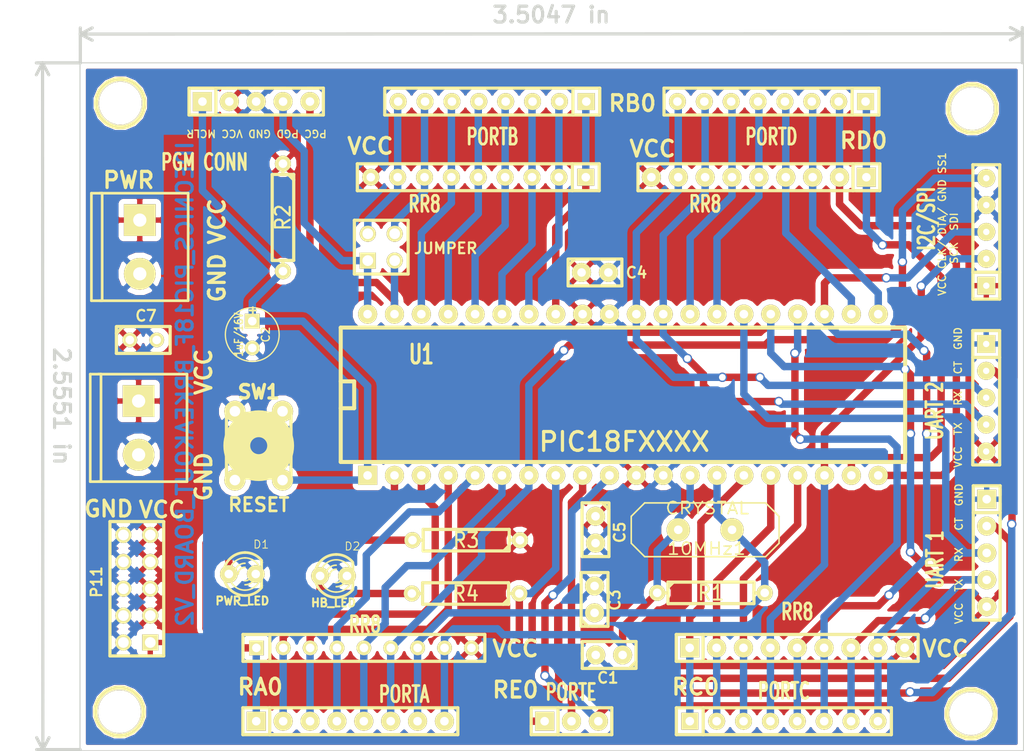
<source format=kicad_pcb>
(kicad_pcb (version 3) (host pcbnew "(2013-07-07 BZR 4022)-stable")
  (layers (15 F.Cu signal hide) (0 B.Cu signal hide) (18 B.Paste user) (19 F.Paste user) (20 B.SilkS user) (21 F.SilkS user) (22 B.Mask user) (23 F.Mask user) (28 Edge.Cuts user))
  (net 0 "")
  (net 1 /I2C_CLK)
  (net 2 /I2C_DATA)
  (net 3 /OSC1)
  (net 4 /OSC2)
  (net 5 /PGC)
  (net 6 /PGD)
  (net 7 /RA0)
  (net 8 /RA1)
  (net 9 /RA2)
  (net 10 /RA3)
  (net 11 /RA4)
  (net 12 "/RA5(SS1)")
  (net 13 /RB0)
  (net 14 /RB1)
  (net 15 /RB2)
  (net 16 /RB3)
  (net 17 /RB4)
  (net 18 /RB5)
  (net 19 /RB6)
  (net 20 /RB7)
  (net 21 /RC0)
  (net 22 /RC1)
  (net 23 /RC2)
  (net 24 /RC5)
  (net 25 /RC6)
  (net 26 /RC7)
  (net 27 /RD0)
  (net 28 /RD1)
  (net 29 /RD2)
  (net 30 /RD3)
  (net 31 /RD4)
  (net 32 /RD5)
  (net 33 "/RD6 (UART2_TX)")
  (net 34 "/RD7 (UART2_RX)")
  (net 35 /RE0)
  (net 36 "/RE1 (CT1)")
  (net 37 "/RE2 (CT2)")
  (net 38 /RESET)
  (net 39 GND)
  (net 40 N-000004)
  (net 41 N-000005)
  (net 42 VCC)
  (module DIP-40__600 (layer F.Cu) (at 173.23 140.59)
    (fp_text reference U1 (at -19.05 -3.81) (layer F.SilkS) (effects (font (size 1.778 1.143) (thickness 0.3048))))
    (fp_text value PIC18FXXXX (at 0.127 4.445) (layer F.SilkS) (effects (font (size 1.778 1.778) (thickness 0.3048))))
    (pad 1 thru_hole rect (at -24.13 7.62) (size 1.8 1.8) (drill 0.8128) (layers *.Cu *.Mask F.SilkS) (net 38 /RESET))
    (pad 2 thru_hole circle (at -21.59 7.62) (size 1.8 1.8) (drill 0.8128) (layers *.Cu *.Mask F.SilkS) (net 7 /RA0))
    (pad 3 thru_hole circle (at -19.05 7.62) (size 1.8 1.8) (drill 0.8128) (layers *.Cu *.Mask F.SilkS) (net 8 /RA1))
    (pad 4 thru_hole circle (at -16.51 7.62) (size 1.8 1.8) (drill 0.8128) (layers *.Cu *.Mask F.SilkS) (net 9 /RA2))
    (pad 5 thru_hole circle (at -13.97 7.62) (size 1.8 1.8) (drill 0.8128) (layers *.Cu *.Mask F.SilkS) (net 10 /RA3))
    (pad 6 thru_hole circle (at -11.43 7.62) (size 1.8 1.8) (drill 0.8128) (layers *.Cu *.Mask F.SilkS) (net 11 /RA4))
    (pad 7 thru_hole circle (at -8.89 7.62) (size 1.8 1.8) (drill 0.8128) (layers *.Cu *.Mask F.SilkS) (net 12 "/RA5(SS1)"))
    (pad 8 thru_hole circle (at -6.35 7.62) (size 1.8 1.8) (drill 0.8128) (layers *.Cu *.Mask F.SilkS) (net 35 /RE0))
    (pad 9 thru_hole circle (at -3.81 7.62) (size 1.8 1.8) (drill 0.8128) (layers *.Cu *.Mask F.SilkS) (net 36 "/RE1 (CT1)"))
    (pad 10 thru_hole circle (at -1.27 7.62) (size 1.8 1.8) (drill 0.8128) (layers *.Cu *.Mask F.SilkS) (net 37 "/RE2 (CT2)"))
    (pad 11 thru_hole circle (at 1.27 7.62) (size 1.8 1.8) (drill 0.8128) (layers *.Cu *.Mask F.SilkS) (net 42 VCC))
    (pad 12 thru_hole circle (at 3.81 7.62) (size 1.8 1.8) (drill 0.8128) (layers *.Cu *.Mask F.SilkS) (net 39 GND))
    (pad 13 thru_hole circle (at 6.35 7.62) (size 1.8 1.8) (drill 0.8128) (layers *.Cu *.Mask F.SilkS) (net 3 /OSC1))
    (pad 14 thru_hole circle (at 8.89 7.62) (size 1.8 1.8) (drill 0.8128) (layers *.Cu *.Mask F.SilkS) (net 4 /OSC2))
    (pad 15 thru_hole circle (at 11.43 7.62) (size 1.8 1.8) (drill 0.8128) (layers *.Cu *.Mask F.SilkS) (net 21 /RC0))
    (pad 16 thru_hole circle (at 13.97 7.62) (size 1.8 1.8) (drill 0.8128) (layers *.Cu *.Mask F.SilkS) (net 22 /RC1))
    (pad 17 thru_hole circle (at 16.51 7.62) (size 1.8 1.8) (drill 0.8128) (layers *.Cu *.Mask F.SilkS) (net 23 /RC2))
    (pad 18 thru_hole circle (at 19.05 7.62) (size 1.8 1.8) (drill 0.8128) (layers *.Cu *.Mask F.SilkS) (net 1 /I2C_CLK))
    (pad 19 thru_hole circle (at 21.59 7.62) (size 1.8 1.8) (drill 0.8128) (layers *.Cu *.Mask F.SilkS) (net 27 /RD0))
    (pad 20 thru_hole circle (at 24.13 7.62) (size 1.8 1.8) (drill 0.8128) (layers *.Cu *.Mask F.SilkS) (net 28 /RD1))
    (pad 21 thru_hole circle (at 24.13 -7.62) (size 1.8 1.8) (drill 0.8128) (layers *.Cu *.Mask F.SilkS) (net 29 /RD2))
    (pad 22 thru_hole circle (at 21.59 -7.62) (size 1.8 1.8) (drill 0.8128) (layers *.Cu *.Mask F.SilkS) (net 30 /RD3))
    (pad 23 thru_hole circle (at 19.05 -7.62) (size 1.8 1.8) (drill 0.8128) (layers *.Cu *.Mask F.SilkS) (net 2 /I2C_DATA))
    (pad 24 thru_hole circle (at 16.51 -7.62) (size 1.8 1.8) (drill 0.8128) (layers *.Cu *.Mask F.SilkS) (net 24 /RC5))
    (pad 25 thru_hole circle (at 13.97 -7.62) (size 1.8 1.8) (drill 0.8128) (layers *.Cu *.Mask F.SilkS) (net 25 /RC6))
    (pad 26 thru_hole circle (at 11.43 -7.62) (size 1.8 1.8) (drill 0.8128) (layers *.Cu *.Mask F.SilkS) (net 26 /RC7))
    (pad 27 thru_hole circle (at 8.89 -7.62) (size 1.8 1.8) (drill 0.8128) (layers *.Cu *.Mask F.SilkS) (net 31 /RD4))
    (pad 28 thru_hole circle (at 6.35 -7.62) (size 1.8 1.8) (drill 0.8128) (layers *.Cu *.Mask F.SilkS) (net 32 /RD5))
    (pad 29 thru_hole circle (at 3.81 -7.62) (size 1.8 1.8) (drill 0.8128) (layers *.Cu *.Mask F.SilkS) (net 33 "/RD6 (UART2_TX)"))
    (pad 30 thru_hole circle (at 1.27 -7.62) (size 1.8 1.8) (drill 0.8128) (layers *.Cu *.Mask F.SilkS) (net 34 "/RD7 (UART2_RX)"))
    (pad 31 thru_hole circle (at -1.27 -7.62) (size 1.8 1.8) (drill 0.8128) (layers *.Cu *.Mask F.SilkS) (net 39 GND))
    (pad 32 thru_hole circle (at -3.81 -7.62) (size 1.8 1.8) (drill 0.8128) (layers *.Cu *.Mask F.SilkS) (net 42 VCC))
    (pad 33 thru_hole circle (at -6.35 -7.62) (size 1.8 1.8) (drill 0.8128) (layers *.Cu *.Mask F.SilkS) (net 13 /RB0))
    (pad 34 thru_hole circle (at -8.89 -7.62) (size 1.8 1.8) (drill 0.8128) (layers *.Cu *.Mask F.SilkS) (net 14 /RB1))
    (pad 35 thru_hole circle (at -11.43 -7.62) (size 1.8 1.8) (drill 0.8128) (layers *.Cu *.Mask F.SilkS) (net 15 /RB2))
    (pad 36 thru_hole circle (at -13.97 -7.62) (size 1.8 1.8) (drill 0.8128) (layers *.Cu *.Mask F.SilkS) (net 16 /RB3))
    (pad 37 thru_hole circle (at -16.51 -7.62) (size 1.8 1.8) (drill 0.8128) (layers *.Cu *.Mask F.SilkS) (net 17 /RB4))
    (pad 38 thru_hole circle (at -19.05 -7.62) (size 1.8 1.8) (drill 0.8128) (layers *.Cu *.Mask F.SilkS) (net 18 /RB5))
    (pad 39 thru_hole circle (at -21.59 -7.62) (size 1.8 1.8) (drill 0.8128) (layers *.Cu *.Mask F.SilkS) (net 5 /PGC))
    (pad 40 thru_hole circle (at -24.13 -7.62) (size 1.8 1.8) (drill 0.8128) (layers *.Cu *.Mask F.SilkS) (net 6 /PGD))
  )
  (module SIL-8 (layer F.Cu) (at 160.88 112.88 180)
    (fp_text reference P2 hide)
    (fp_text value PORTB (at -0.02 -3.33 180) (layer F.SilkS) (effects (font (size 1.524 1.016) (thickness 0.254))))
    (pad 1 thru_hole rect (at -8.89 0 180) (size 1.6 1.6) (drill 0.8128) (layers *.Cu *.Mask F.SilkS) (net 13 /RB0))
    (pad 2 thru_hole circle (at -6.35 0 180) (size 1.6 1.6) (drill 0.8128) (layers *.Cu *.Mask F.SilkS) (net 14 /RB1))
    (pad 3 thru_hole circle (at -3.81 0 180) (size 1.6 1.6) (drill 0.8128) (layers *.Cu *.Mask F.SilkS) (net 15 /RB2))
    (pad 4 thru_hole circle (at -1.27 0 180) (size 1.6 1.6) (drill 0.8128) (layers *.Cu *.Mask F.SilkS) (net 16 /RB3))
    (pad 5 thru_hole circle (at 1.27 0 180) (size 1.6 1.6) (drill 0.8128) (layers *.Cu *.Mask F.SilkS) (net 17 /RB4))
    (pad 6 thru_hole circle (at 3.81 0 180) (size 1.6 1.6) (drill 0.8128) (layers *.Cu *.Mask F.SilkS) (net 18 /RB5))
    (pad 7 thru_hole circle (at 6.35 0 180) (size 1.6 1.6) (drill 0.8128) (layers *.Cu *.Mask F.SilkS) (net 19 /RB6))
    (pad 8 thru_hole circle (at 8.89 0 180) (size 1.6 1.6) (drill 0.8128) (layers *.Cu *.Mask F.SilkS) (net 20 /RB7))
  )
  (module SIL-8 (layer F.Cu) (at 188.44 171.44)
    (fp_text reference P3 hide)
    (fp_text value PORTC (at 0 -2.85) (layer F.SilkS) (effects (font (size 1.524 1.016) (thickness 0.254))))
    (pad 1 thru_hole rect (at -8.89 0) (size 1.6 1.6) (drill 0.8128) (layers *.Cu *.Mask F.SilkS) (net 21 /RC0))
    (pad 2 thru_hole circle (at -6.35 0) (size 1.6 1.6) (drill 0.8128) (layers *.Cu *.Mask F.SilkS) (net 22 /RC1))
    (pad 3 thru_hole circle (at -3.81 0) (size 1.6 1.6) (drill 0.8128) (layers *.Cu *.Mask F.SilkS) (net 23 /RC2))
    (pad 4 thru_hole circle (at -1.27 0) (size 1.6 1.6) (drill 0.8128) (layers *.Cu *.Mask F.SilkS) (net 1 /I2C_CLK))
    (pad 5 thru_hole circle (at 1.27 0) (size 1.6 1.6) (drill 0.8128) (layers *.Cu *.Mask F.SilkS) (net 2 /I2C_DATA))
    (pad 6 thru_hole circle (at 3.81 0) (size 1.6 1.6) (drill 0.8128) (layers *.Cu *.Mask F.SilkS) (net 24 /RC5))
    (pad 7 thru_hole circle (at 6.35 0) (size 1.6 1.6) (drill 0.8128) (layers *.Cu *.Mask F.SilkS) (net 25 /RC6))
    (pad 8 thru_hole circle (at 8.89 0) (size 1.6 1.6) (drill 0.8128) (layers *.Cu *.Mask F.SilkS) (net 26 /RC7))
  )
  (module SIL-8 (layer F.Cu) (at 187.27 112.88 180)
    (fp_text reference P4 hide)
    (fp_text value PORTD (at 0.01 -3.33 180) (layer F.SilkS) (effects (font (size 1.524 1.016) (thickness 0.254))))
    (pad 1 thru_hole rect (at -8.89 0 180) (size 1.6 1.6) (drill 0.8128) (layers *.Cu *.Mask F.SilkS) (net 27 /RD0))
    (pad 2 thru_hole circle (at -6.35 0 180) (size 1.6 1.6) (drill 0.8128) (layers *.Cu *.Mask F.SilkS) (net 28 /RD1))
    (pad 3 thru_hole circle (at -3.81 0 180) (size 1.6 1.6) (drill 0.8128) (layers *.Cu *.Mask F.SilkS) (net 29 /RD2))
    (pad 4 thru_hole circle (at -1.27 0 180) (size 1.6 1.6) (drill 0.8128) (layers *.Cu *.Mask F.SilkS) (net 30 /RD3))
    (pad 5 thru_hole circle (at 1.27 0 180) (size 1.6 1.6) (drill 0.8128) (layers *.Cu *.Mask F.SilkS) (net 31 /RD4))
    (pad 6 thru_hole circle (at 3.81 0 180) (size 1.6 1.6) (drill 0.8128) (layers *.Cu *.Mask F.SilkS) (net 32 /RD5))
    (pad 7 thru_hole circle (at 6.35 0 180) (size 1.6 1.6) (drill 0.8128) (layers *.Cu *.Mask F.SilkS) (net 33 "/RD6 (UART2_TX)"))
    (pad 8 thru_hole circle (at 8.89 0 180) (size 1.6 1.6) (drill 0.8128) (layers *.Cu *.Mask F.SilkS) (net 34 "/RD7 (UART2_RX)"))
  )
  (module C1 (layer F.Cu) (at 170.64 153.34 270)
    (fp_text reference C5 (at 0.254 -2.286 270) (layer F.SilkS) (effects (font (size 1.016 1.016) (thickness 0.2032))))
    (fp_text value 0.1uF hide)
    (pad 1 thru_hole circle (at -1.27 0 270) (size 1.8 1.8) (drill 0.8128) (layers *.Cu *.Mask F.SilkS) (net 42 VCC))
    (pad 2 thru_hole circle (at 1.27 0 270) (size 1.8 1.8) (drill 0.8128) (layers *.Cu *.Mask F.SilkS) (net 39 GND))
  )
  (module C1 (layer F.Cu) (at 170.59 129.03)
    (fp_text reference C4 (at 3.92 0.02) (layer F.SilkS) (effects (font (size 1.016 1.016) (thickness 0.2032))))
    (fp_text value 0.1uF hide)
    (pad 1 thru_hole circle (at -1.27 0) (size 1.8 1.8) (drill 0.8128) (layers *.Cu *.Mask F.SilkS) (net 42 VCC))
    (pad 2 thru_hole circle (at 1.27 0) (size 1.8 1.8) (drill 0.8128) (layers *.Cu *.Mask F.SilkS) (net 39 GND))
  )
  (module C1 (layer F.Cu) (at 171.93 165.18 180)
    (fp_text reference C1 (at 0.127 -2.159 180) (layer F.SilkS) (effects (font (size 1.016 1.016) (thickness 0.2032))))
    (fp_text value 22pF hide)
    (pad 1 thru_hole circle (at -1.27 0 180) (size 1.8 1.8) (drill 0.8128) (layers *.Cu *.Mask F.SilkS) (net 3 /OSC1))
    (pad 2 thru_hole circle (at 1.27 0 180) (size 1.8 1.8) (drill 0.8128) (layers *.Cu *.Mask F.SilkS) (net 39 GND))
  )
  (module C1 (layer F.Cu) (at 170.55 159.93 90)
    (fp_text reference C3 (at -0.0635 1.905 90) (layer F.SilkS) (effects (font (size 1.016 1.016) (thickness 0.2032))))
    (fp_text value 22pF hide)
    (pad 1 thru_hole circle (at -1.27 0 90) (size 1.8 1.8) (drill 0.8128) (layers *.Cu *.Mask F.SilkS) (net 4 /OSC2))
    (pad 2 thru_hole circle (at 1.27 0 90) (size 1.8 1.8) (drill 0.8128) (layers *.Cu *.Mask F.SilkS) (net 39 GND))
  )
  (module SIL-9 (layer F.Cu) (at 159.56 120.03 180)
    (fp_text reference RR1 hide)
    (fp_text value RR8 (at 5.08 -2.54 180) (layer F.SilkS) (effects (font (size 1.524 1.016) (thickness 0.254))))
    (pad 1 thru_hole rect (at -10.16 0 180) (size 1.6 1.6) (drill 0.8128) (layers *.Cu *.Mask F.SilkS) (net 13 /RB0))
    (pad 2 thru_hole circle (at -7.62 0 180) (size 1.6 1.6) (drill 0.8128) (layers *.Cu *.Mask F.SilkS) (net 14 /RB1))
    (pad 3 thru_hole circle (at -5.08 0 180) (size 1.6 1.6) (drill 0.8128) (layers *.Cu *.Mask F.SilkS) (net 15 /RB2))
    (pad 4 thru_hole circle (at -2.54 0 180) (size 1.6 1.6) (drill 0.8128) (layers *.Cu *.Mask F.SilkS) (net 16 /RB3))
    (pad 5 thru_hole circle (at 0 0 180) (size 1.6 1.6) (drill 0.8128) (layers *.Cu *.Mask F.SilkS) (net 17 /RB4))
    (pad 6 thru_hole circle (at 2.54 0 180) (size 1.6 1.6) (drill 0.8128) (layers *.Cu *.Mask F.SilkS) (net 18 /RB5))
    (pad 7 thru_hole circle (at 5.08 0 180) (size 1.6 1.6) (drill 0.8128) (layers *.Cu *.Mask F.SilkS) (net 19 /RB6))
    (pad 8 thru_hole circle (at 7.62 0 180) (size 1.6 1.6) (drill 0.8128) (layers *.Cu *.Mask F.SilkS) (net 20 /RB7))
    (pad 9 thru_hole circle (at 10.16 0 180) (size 1.6 1.6) (drill 0.8128) (layers *.Cu *.Mask F.SilkS) (net 42 VCC))
  )
  (module SIL-9 (layer F.Cu) (at 189.7 164.51)
    (fp_text reference RR2 hide)
    (fp_text value RR8 (at 0 -3.41) (layer F.SilkS) (effects (font (size 1.524 1.016) (thickness 0.254))))
    (pad 1 thru_hole rect (at -10.16 0) (size 1.8 1.8) (drill 0.8128) (layers *.Cu *.Mask F.SilkS) (net 21 /RC0))
    (pad 2 thru_hole circle (at -7.62 0) (size 1.8 1.8) (drill 0.8128) (layers *.Cu *.Mask F.SilkS) (net 22 /RC1))
    (pad 3 thru_hole circle (at -5.08 0) (size 1.8 1.8) (drill 0.8128) (layers *.Cu *.Mask F.SilkS) (net 23 /RC2))
    (pad 4 thru_hole circle (at -2.54 0) (size 1.8 1.8) (drill 0.8128) (layers *.Cu *.Mask F.SilkS) (net 1 /I2C_CLK))
    (pad 5 thru_hole circle (at 0 0) (size 1.8 1.8) (drill 0.8128) (layers *.Cu *.Mask F.SilkS) (net 2 /I2C_DATA))
    (pad 6 thru_hole circle (at 2.54 0) (size 1.8 1.8) (drill 0.8128) (layers *.Cu *.Mask F.SilkS) (net 24 /RC5))
    (pad 7 thru_hole circle (at 5.08 0) (size 1.8 1.8) (drill 0.8128) (layers *.Cu *.Mask F.SilkS) (net 25 /RC6))
    (pad 8 thru_hole circle (at 7.62 0) (size 1.8 1.8) (drill 0.8128) (layers *.Cu *.Mask F.SilkS) (net 26 /RC7))
    (pad 9 thru_hole circle (at 10.16 0) (size 1.8 1.8) (drill 0.8128) (layers *.Cu *.Mask F.SilkS) (net 42 VCC))
  )
  (module SIL-9 (layer F.Cu) (at 186.08 120.03 180)
    (fp_text reference RR3 hide)
    (fp_text value RR8 (at 5.08 -2.54 180) (layer F.SilkS) (effects (font (size 1.524 1.016) (thickness 0.254))))
    (pad 1 thru_hole rect (at -10.16 0 180) (size 1.8 1.8) (drill 0.8128) (layers *.Cu *.Mask F.SilkS) (net 27 /RD0))
    (pad 2 thru_hole circle (at -7.62 0 180) (size 1.8 1.8) (drill 0.8128) (layers *.Cu *.Mask F.SilkS) (net 28 /RD1))
    (pad 3 thru_hole circle (at -5.08 0 180) (size 1.8 1.8) (drill 0.8128) (layers *.Cu *.Mask F.SilkS) (net 29 /RD2))
    (pad 4 thru_hole circle (at -2.54 0 180) (size 1.8 1.8) (drill 0.8128) (layers *.Cu *.Mask F.SilkS) (net 30 /RD3))
    (pad 5 thru_hole circle (at 0 0 180) (size 1.8 1.8) (drill 0.8128) (layers *.Cu *.Mask F.SilkS) (net 31 /RD4))
    (pad 6 thru_hole circle (at 2.54 0 180) (size 1.8 1.8) (drill 0.8128) (layers *.Cu *.Mask F.SilkS) (net 32 /RD5))
    (pad 7 thru_hole circle (at 5.08 0 180) (size 1.8 1.8) (drill 0.8128) (layers *.Cu *.Mask F.SilkS) (net 33 "/RD6 (UART2_TX)"))
    (pad 8 thru_hole circle (at 7.62 0 180) (size 1.8 1.8) (drill 0.8128) (layers *.Cu *.Mask F.SilkS) (net 34 "/RD7 (UART2_RX)"))
    (pad 9 thru_hole circle (at 10.16 0 180) (size 1.8 1.8) (drill 0.8128) (layers *.Cu *.Mask F.SilkS) (net 42 VCC))
  )
  (module SIL-5 (layer F.Cu) (at 139.84 112.88)
    (fp_text reference P16 hide)
    (fp_text value "PGM CONN" (at -6.15 5.73) (layer F.SilkS) (effects (font (size 1.524 1.016) (thickness 0.254))))
    (pad 1 thru_hole rect (at -6.35 0) (size 1.8 1.8) (drill 0.8128) (layers *.Cu *.Mask F.SilkS) (net 38 /RESET))
    (pad 2 thru_hole circle (at -3.81 0) (size 1.8 1.8) (drill 0.8128) (layers *.Cu *.Mask F.SilkS) (net 42 VCC))
    (pad 3 thru_hole circle (at -1.27 0) (size 1.8 1.8) (drill 0.8128) (layers *.Cu *.Mask F.SilkS) (net 39 GND))
    (pad 4 thru_hole circle (at 1.27 0) (size 1.8 1.8) (drill 0.8128) (layers *.Cu *.Mask F.SilkS) (net 6 /PGD))
    (pad 5 thru_hole circle (at 3.81 0) (size 1.8 1.8) (drill 0.8128) (layers *.Cu *.Mask F.SilkS) (net 5 /PGC))
  )
  (module SIL-5 (layer F.Cu) (at 207.61 156.81 270)
    (fp_text reference P8 hide)
    (fp_text value "UART 1" (at -0.65 4.88 270) (layer F.SilkS) (effects (font (size 1.524 1.016) (thickness 0.254))))
    (pad 1 thru_hole rect (at -6.35 0 270) (size 1.8 1.8) (drill 0.8128) (layers *.Cu *.Mask F.SilkS) (net 39 GND))
    (pad 2 thru_hole circle (at -3.81 0 270) (size 1.8 1.8) (drill 0.8128) (layers *.Cu *.Mask F.SilkS) (net 36 "/RE1 (CT1)"))
    (pad 3 thru_hole circle (at -1.27 0 270) (size 1.8 1.8) (drill 0.8128) (layers *.Cu *.Mask F.SilkS) (net 26 /RC7))
    (pad 4 thru_hole circle (at 1.27 0 270) (size 1.8 1.8) (drill 0.8128) (layers *.Cu *.Mask F.SilkS) (net 25 /RC6))
    (pad 5 thru_hole circle (at 3.81 0 270) (size 1.8 1.8) (drill 0.8128) (layers *.Cu *.Mask F.SilkS) (net 42 VCC))
  )
  (module CRYSTAL (layer F.Cu) (at 181 153.35 180)
    (fp_text reference 10MHz1 (at -0.127 -1.778 180) (layer F.SilkS) (effects (font (size 1.143 1.27) (thickness 0.1524))))
    (fp_text value CRYSTAL (at -0.2 2.05 180) (layer F.SilkS) (effects (font (size 1.143 1.27) (thickness 0.1524))))
    (pad 1 thru_hole circle (at -2.54 0 180) (size 2.2 2.2) (drill 0.8128) (layers *.Cu *.Mask F.SilkS) (net 4 /OSC2))
    (pad 2 thru_hole circle (at 2.54 0 180) (size 2.2 2.2) (drill 0.8128) (layers *.Cu *.Mask F.SilkS) (net 3 /OSC1))
  )
  (module 1pin (layer F.Cu) (at 125.73 113.03)
    (fp_text reference 1PIN hide)
    (fp_text value P*** hide)
    (pad 1 thru_hole circle (at 0 0) (size 4.064 4.064) (drill 4) (layers *.Cu *.Mask F.SilkS))
  )
  (module 1pin (layer F.Cu) (at 206.25 113.54)
    (fp_text reference 1PIN hide)
    (fp_text value P*** hide)
    (pad 1 thru_hole circle (at 0 0) (size 4.064 4.064) (drill 4) (layers *.Cu *.Mask F.SilkS))
  )
  (module 1pin (layer F.Cu) (at 206.12 170.73)
    (fp_text reference 1PIN hide)
    (fp_text value P*** hide)
    (pad 1 thru_hole circle (at 0 0) (size 4.064 4.064) (drill 4) (layers *.Cu *.Mask F.SilkS))
  )
  (module 1pin (layer F.Cu) (at 125.65 170.54)
    (fp_text reference 1PIN hide)
    (fp_text value P*** hide)
    (pad 1 thru_hole circle (at 0 0) (size 4.064 4.064) (drill 4) (layers *.Cu *.Mask F.SilkS))
  )
  (module SIL-9 (layer F.Cu) (at 148.75 164.51)
    (fp_text reference RR4 hide)
    (fp_text value RR8 (at 0.094 -2.204) (layer F.SilkS) (effects (font (size 1.524 1.016) (thickness 0.254))))
    (pad 1 thru_hole rect (at -10.16 0) (size 1.397 1.397) (drill 0.8128) (layers *.Cu *.Mask F.SilkS) (net 7 /RA0))
    (pad 2 thru_hole circle (at -7.62 0) (size 1.397 1.397) (drill 0.8128) (layers *.Cu *.Mask F.SilkS) (net 8 /RA1))
    (pad 3 thru_hole circle (at -5.08 0) (size 1.397 1.397) (drill 0.8128) (layers *.Cu *.Mask F.SilkS) (net 9 /RA2))
    (pad 4 thru_hole circle (at -2.54 0) (size 1.397 1.397) (drill 0.8128) (layers *.Cu *.Mask F.SilkS) (net 10 /RA3))
    (pad 5 thru_hole circle (at 0 0) (size 1.397 1.397) (drill 0.8128) (layers *.Cu *.Mask F.SilkS) (net 11 /RA4))
    (pad 6 thru_hole circle (at 2.54 0) (size 1.397 1.397) (drill 0.8128) (layers *.Cu *.Mask F.SilkS) (net 12 "/RA5(SS1)"))
    (pad 7 thru_hole circle (at 5.08 0) (size 1.397 1.397) (drill 0.8128) (layers *.Cu *.Mask F.SilkS) (net 4 /OSC2))
    (pad 8 thru_hole circle (at 7.62 0) (size 1.397 1.397) (drill 0.8128) (layers *.Cu *.Mask F.SilkS) (net 3 /OSC1))
    (pad 9 thru_hole circle (at 10.16 0) (size 1.397 1.397) (drill 0.8128) (layers *.Cu *.Mask F.SilkS) (net 42 VCC))
  )
  (module SIL-3 (layer F.Cu) (at 168.37 171.44)
    (fp_text reference K1 hide)
    (fp_text value PORTE (at -0.04 -2.74) (layer F.SilkS) (effects (font (size 1.524 1.016) (thickness 0.254))))
    (pad 1 thru_hole rect (at -2.54 0) (size 1.8 1.8) (drill 0.8128) (layers *.Cu *.Mask F.SilkS) (net 35 /RE0))
    (pad 2 thru_hole circle (at 0 0) (size 1.8 1.8) (drill 0.8128) (layers *.Cu *.Mask F.SilkS) (net 36 "/RE1 (CT1)"))
    (pad 3 thru_hole circle (at 2.54 0) (size 1.8 1.8) (drill 0.8128) (layers *.Cu *.Mask F.SilkS) (net 37 "/RE2 (CT2)"))
  )
  (module C1V5 (layer F.Cu) (at 138.2 134.9 270)
    (fp_text reference C2 (at 0 -1.26746 270) (layer F.SilkS) (effects (font (size 0.762 0.762) (thickness 0.127))))
    (fp_text value 1uF/16V (at 0 1.27 270) (layer F.SilkS) (effects (font (size 0.762 0.635) (thickness 0.127))))
    (fp_text user + (at -2.286 0 270) (layer F.SilkS) (effects (font (size 0.762 0.762) (thickness 0.2032))))
    (pad 1 thru_hole rect (at -1.27 0 270) (size 1.397 1.397) (drill 0.8128) (layers *.Cu *.Mask F.SilkS) (net 38 /RESET))
    (pad 2 thru_hole circle (at 1.27 0 270) (size 1.397 1.397) (drill 0.8128) (layers *.Cu *.Mask F.SilkS) (net 39 GND))
  )
  (module SIL-5 (layer F.Cu) (at 207.56 142.14 270)
    (fp_text reference P10 hide)
    (fp_text value "UART 2" (at -0.03 4.87 270) (layer F.SilkS) (effects (font (size 1.524 1.016) (thickness 0.254))))
    (pad 1 thru_hole rect (at -6.35 0 270) (size 1.7 1.7) (drill 0.6) (layers *.Cu *.Mask F.SilkS) (net 39 GND))
    (pad 2 thru_hole circle (at -3.81 0 270) (size 1.7 1.7) (drill 0.6) (layers *.Cu *.Mask F.SilkS) (net 37 "/RE2 (CT2)"))
    (pad 3 thru_hole circle (at -1.27 0 270) (size 1.7 1.7) (drill 0.6) (layers *.Cu *.Mask F.SilkS) (net 34 "/RD7 (UART2_RX)"))
    (pad 4 thru_hole circle (at 1.27 0 270) (size 1.7 1.7) (drill 0.6) (layers *.Cu *.Mask F.SilkS) (net 33 "/RD6 (UART2_TX)"))
    (pad 5 thru_hole circle (at 3.81 0 270) (size 1.7 1.7) (drill 0.6) (layers *.Cu *.Mask F.SilkS) (net 42 VCC))
  )
  (module PIN_ARRAY_2X2 (layer F.Cu) (at 150.39 126.64)
    (fp_text reference P9 hide)
    (fp_text value JUMPER (at 6.09 0.11) (layer F.SilkS) (effects (font (size 1.016 1.016) (thickness 0.2032))))
    (pad 1 thru_hole rect (at -1.27 1.27) (size 1.524 1.524) (drill 1.016) (layers *.Cu *.Mask F.SilkS) (net 6 /PGD))
    (pad 2 thru_hole circle (at -1.27 -1.27) (size 1.524 1.524) (drill 1.016) (layers *.Cu *.Mask F.SilkS) (net 20 /RB7))
    (pad 3 thru_hole circle (at 1.27 1.27) (size 1.524 1.524) (drill 1.016) (layers *.Cu *.Mask F.SilkS) (net 5 /PGC))
    (pad 4 thru_hole circle (at 1.27 -1.27) (size 1.524 1.524) (drill 1.016) (layers *.Cu *.Mask F.SilkS) (net 19 /RB6))
  )
  (module PIN_ARRAY_5x2 (layer F.Cu) (at 127.29 158.92 90)
    (fp_text reference P11 (at 0.635 -3.81 90) (layer F.SilkS) (effects (font (size 1.016 1.016) (thickness 0.2032))))
    (fp_text value CONN_5X2 hide)
    (pad 1 thru_hole rect (at -5.08 1.27 90) (size 1.524 1.524) (drill 1.016) (layers *.Cu *.Mask F.SilkS) (net 42 VCC))
    (pad 2 thru_hole circle (at -5.08 -1.27 90) (size 1.524 1.524) (drill 1.016) (layers *.Cu *.Mask F.SilkS) (net 39 GND))
    (pad 3 thru_hole circle (at -2.54 1.27 90) (size 1.524 1.524) (drill 1.016) (layers *.Cu *.Mask F.SilkS) (net 42 VCC))
    (pad 4 thru_hole circle (at -2.54 -1.27 90) (size 1.524 1.524) (drill 1.016) (layers *.Cu *.Mask F.SilkS) (net 39 GND))
    (pad 5 thru_hole circle (at 0 1.27 90) (size 1.524 1.524) (drill 1.016) (layers *.Cu *.Mask F.SilkS) (net 42 VCC))
    (pad 6 thru_hole circle (at 0 -1.27 90) (size 1.524 1.524) (drill 1.016) (layers *.Cu *.Mask F.SilkS) (net 39 GND))
    (pad 7 thru_hole circle (at 2.54 1.27 90) (size 1.524 1.524) (drill 1.016) (layers *.Cu *.Mask F.SilkS) (net 42 VCC))
    (pad 8 thru_hole circle (at 2.54 -1.27 90) (size 1.524 1.524) (drill 1.016) (layers *.Cu *.Mask F.SilkS) (net 39 GND))
    (pad 9 thru_hole circle (at 5.08 1.27 90) (size 1.524 1.524) (drill 1.016) (layers *.Cu *.Mask F.SilkS) (net 42 VCC))
    (pad 10 thru_hole circle (at 5.08 -1.27 90) (size 1.524 1.524) (drill 1.016) (layers *.Cu *.Mask F.SilkS) (net 39 GND))
  )
  (module mors_2p (layer F.Cu) (at 127.57 126.62 270)
    (fp_text reference P5 hide)
    (fp_text value PWR (at -6.31 1.06 360) (layer F.SilkS) (effects (font (size 1.524 1.524) (thickness 0.3048))))
    (pad 1 thru_hole rect (at -2.54 0 270) (size 2.99974 2.99974) (drill 1.24968) (layers *.Cu *.Mask F.SilkS) (net 42 VCC))
    (pad 2 thru_hole circle (at 2.54 0 270) (size 2.99974 2.99974) (drill 1.24968) (layers *.Cu *.Mask F.SilkS) (net 39 GND))
  )
  (module mors_2p (layer F.Cu) (at 127.46 143.72 270)
    (fp_text reference P6 hide)
    (fp_text value PWR hide)
    (pad 1 thru_hole rect (at -2.54 0 270) (size 2.99974 2.99974) (drill 1.24968) (layers *.Cu *.Mask F.SilkS) (net 42 VCC))
    (pad 2 thru_hole circle (at 2.54 0 270) (size 2.99974 2.99974) (drill 1.24968) (layers *.Cu *.Mask F.SilkS) (net 39 GND))
  )
  (module C1 (layer F.Cu) (at 127.9 135.41)
    (fp_text reference C7 (at 0.254 -2.286) (layer F.SilkS) (effects (font (size 1.016 1.016) (thickness 0.2032))))
    (fp_text value 0.1uF hide)
    (pad 1 thru_hole circle (at -1.27 0) (size 1.397 1.397) (drill 0.8128) (layers *.Cu *.Mask F.SilkS) (net 42 VCC))
    (pad 2 thru_hole circle (at 1.27 0) (size 1.397 1.397) (drill 0.8128) (layers *.Cu *.Mask F.SilkS) (net 39 GND))
  )
  (module PCB_PUSH (layer F.Cu) (at 138.81 145.4)
    (fp_text reference SW1 (at 0 -5.08) (layer F.SilkS) (effects (font (size 1.27 1.27) (thickness 0.3175))))
    (fp_text value RESET (at 0 5.588) (layer F.SilkS) (effects (font (size 1.27 1.27) (thickness 0.254))))
    (pad 1 thru_hole circle (at -2.25044 -3.2512) (size 1.99898 1.99898) (drill 1.00076) (layers *.Cu *.Mask F.SilkS) (net 39 GND))
    (pad 2 thru_hole circle (at 2.25044 3.2512) (size 1.99898 1.99898) (drill 1.00076) (layers *.Cu *.Mask F.SilkS) (net 38 /RESET))
    (pad 4 thru_hole circle (at 2.25044 -3.2512) (size 1.99898 1.99898) (drill 1.00076) (layers *.Cu *.Mask F.SilkS))
    (pad 3 thru_hole circle (at -2.25044 3.2512) (size 1.99898 1.99898) (drill 1.00076) (layers *.Cu *.Mask F.SilkS))
  )
  (module SIL-8 (layer F.Cu) (at 147.47 171.44)
    (fp_text reference P1 hide)
    (fp_text value PORTA (at 5.08 -2.54) (layer F.SilkS) (effects (font (size 1.524 1.016) (thickness 0.3048))))
    (pad 1 thru_hole rect (at -8.89 0) (size 1.8 1.8) (drill 0.8128) (layers *.Cu *.Mask F.SilkS) (net 7 /RA0))
    (pad 2 thru_hole circle (at -6.35 0) (size 1.8 1.8) (drill 0.8128) (layers *.Cu *.Mask F.SilkS) (net 8 /RA1))
    (pad 3 thru_hole circle (at -3.81 0) (size 1.8 1.8) (drill 0.8128) (layers *.Cu *.Mask F.SilkS) (net 9 /RA2))
    (pad 4 thru_hole circle (at -1.27 0) (size 1.8 1.8) (drill 0.8128) (layers *.Cu *.Mask F.SilkS) (net 10 /RA3))
    (pad 5 thru_hole circle (at 1.27 0) (size 1.8 1.8) (drill 0.8128) (layers *.Cu *.Mask F.SilkS) (net 11 /RA4))
    (pad 6 thru_hole circle (at 3.81 0) (size 1.8 1.8) (drill 0.8128) (layers *.Cu *.Mask F.SilkS) (net 12 "/RA5(SS1)"))
    (pad 7 thru_hole circle (at 6.35 0) (size 1.8 1.8) (drill 0.8128) (layers *.Cu *.Mask F.SilkS) (net 4 /OSC2))
    (pad 8 thru_hole circle (at 8.89 0) (size 1.8 1.8) (drill 0.8128) (layers *.Cu *.Mask F.SilkS) (net 3 /OSC1))
  )
  (module R4 (layer F.Cu) (at 158.36 159.37 180)
    (fp_text reference R4 (at 0 0 180) (layer F.SilkS) (effects (font (size 1.397 1.27) (thickness 0.2032))))
    (fp_text value 1K hide)
    (pad 1 thru_hole circle (at -5.08 0 180) (size 1.524 1.524) (drill 0.8128) (layers *.Cu *.Mask F.SilkS) (net 35 /RE0))
    (pad 2 thru_hole circle (at 5.08 0 180) (size 1.524 1.524) (drill 0.8128) (layers *.Cu *.Mask F.SilkS) (net 41 N-000005))
  )
  (module R4 (layer F.Cu) (at 158.42 154.33 180)
    (fp_text reference R3 (at 0 0 180) (layer F.SilkS) (effects (font (size 1.397 1.27) (thickness 0.2032))))
    (fp_text value 1K hide)
    (pad 1 thru_hole circle (at -5.08 0 180) (size 1.524 1.524) (drill 0.8128) (layers *.Cu *.Mask F.SilkS) (net 42 VCC))
    (pad 2 thru_hole circle (at 5.08 0 180) (size 1.524 1.524) (drill 0.8128) (layers *.Cu *.Mask F.SilkS) (net 40 N-000004))
  )
  (module R4 (layer F.Cu) (at 181.55 159.31)
    (fp_text reference R1 (at 0 0) (layer F.SilkS) (effects (font (size 1.397 1.27) (thickness 0.2032))))
    (fp_text value 1M hide)
    (pad 1 thru_hole circle (at -5.08 0) (size 1.524 1.524) (drill 0.8128) (layers *.Cu *.Mask F.SilkS) (net 3 /OSC1))
    (pad 2 thru_hole circle (at 5.08 0) (size 1.524 1.524) (drill 0.8128) (layers *.Cu *.Mask F.SilkS) (net 4 /OSC2))
  )
  (module R4 (layer F.Cu) (at 141.1 123.83 270)
    (fp_text reference R2 (at 0 0 270) (layer F.SilkS) (effects (font (size 1.397 1.27) (thickness 0.2032))))
    (fp_text value 10K hide)
    (pad 1 thru_hole circle (at -5.08 0 270) (size 1.524 1.524) (drill 0.8128) (layers *.Cu *.Mask F.SilkS) (net 42 VCC))
    (pad 2 thru_hole circle (at 5.08 0 270) (size 1.524 1.524) (drill 0.8128) (layers *.Cu *.Mask F.SilkS) (net 38 /RESET))
  )
  (module LED-3MM (layer F.Cu) (at 137.26 157.53)
    (fp_text reference D1 (at 1.778 -2.794) (layer F.SilkS) (effects (font (size 0.762 0.762) (thickness 0.0889))))
    (fp_text value PWR_LED (at 0 2.54) (layer F.SilkS) (effects (font (size 0.762 0.762) (thickness 0.1905))))
    (pad 1 thru_hole circle (at -1.27 0) (size 1.6764 1.6764) (drill 0.8128) (layers *.Cu *.Mask F.SilkS) (net 40 N-000004))
    (pad 2 thru_hole circle (at 1.27 0) (size 1.6764 1.6764) (drill 0.8128) (layers *.Cu *.Mask F.SilkS) (net 39 GND))
  )
  (module LED-3MM (layer F.Cu) (at 145.88 157.71)
    (fp_text reference D2 (at 1.778 -2.794) (layer F.SilkS) (effects (font (size 0.762 0.762) (thickness 0.0889))))
    (fp_text value HB_LED (at 0 2.54) (layer F.SilkS) (effects (font (size 0.762 0.762) (thickness 0.1905))))
    (pad 1 thru_hole circle (at -1.27 0) (size 1.6764 1.6764) (drill 0.8128) (layers *.Cu *.Mask F.SilkS) (net 41 N-000005))
    (pad 2 thru_hole circle (at 1.27 0) (size 1.6764 1.6764) (drill 0.8128) (layers *.Cu *.Mask F.SilkS) (net 39 GND))
  )
  (module SIL-5 (layer F.Cu) (at 207.57 123.93 90)
    (fp_text reference P7 hide)
    (fp_text value I2C/SPI (at -0.022 -5.64 90) (layer F.SilkS) (effects (font (size 1.524 1.016) (thickness 0.254))))
    (pad 1 thru_hole rect (at -6.35 0 90) (size 1.7 1.7) (drill 0.6) (layers *.Cu *.Mask F.SilkS) (net 42 VCC))
    (pad 2 thru_hole circle (at -3.81 0 90) (size 1.7 1.7) (drill 0.6) (layers *.Cu *.Mask F.SilkS) (net 1 /I2C_CLK))
    (pad 3 thru_hole circle (at -1.27 0 90) (size 1.7 1.7) (drill 0.6) (layers *.Cu *.Mask F.SilkS) (net 2 /I2C_DATA))
    (pad 4 thru_hole circle (at 1.27 0 90) (size 1.7 1.7) (drill 0.6) (layers *.Cu *.Mask F.SilkS) (net 39 GND))
    (pad 5 thru_hole circle (at 3.81 0 90) (size 1.7 1.7) (drill 0.6) (layers *.Cu *.Mask F.SilkS) (net 12 "/RA5(SS1)"))
  )
  (gr_text GND (at 124.63 151.37) (layer F.SilkS) (effects (font (size 1.5 1.5) (thickness 0.3))))
  (gr_text VCC (at 129.65 151.45) (layer F.SilkS) (effects (font (size 1.5 1.5) (thickness 0.3))))
  (gr_text IDEONICS_PIC18F_BRKEAKOUT_BOARD_V2 (at 131.84 139.57 90) (layer B.Cu) (effects (font (size 1.5 1.5) (thickness 0.3)) (justify mirror)))
  (dimension 89.020005 (width 0.3) (layer Edge.Cuts) (gr_text "89.020 mm" (at 166.458622 105.135034 0.01930884431) (layer Edge.Cuts) (effects (font (size 1.5 1.5) (thickness 0.3)))) (feature1 (pts (xy 210.97 109.21) (xy 210.968168 103.770035))) (feature2 (pts (xy 121.95 109.24) (xy 121.948168 103.800035))) (crossbar (pts (xy 121.949077 106.500034) (xy 210.969077 106.470034))) (arrow1a (pts (xy 210.969077 106.470034) (xy 209.842771 107.056834))) (arrow1b (pts (xy 210.969077 106.470034) (xy 209.842376 105.883993))) (arrow2a (pts (xy 121.949077 106.500034) (xy 123.075778 107.086075))) (arrow2b (pts (xy 121.949077 106.500034) (xy 123.075383 105.913234))))
  (gr_text VCC (at 149.352 117.094) (layer F.SilkS) (effects (font (size 1.5 1.5) (thickness 0.3))))
  (gr_text VCC (at 176.022 117.348) (layer F.SilkS) (effects (font (size 1.5 1.5) (thickness 0.3))))
  (gr_text VCC (at 203.708 164.592) (layer F.SilkS) (effects (font (size 1.5 1.5) (thickness 0.3))))
  (gr_text RE0 (at 163.07 168.48) (layer F.SilkS) (effects (font (size 1.5 1.5) (thickness 0.3))))
  (gr_text "VCC  TX   RX   CT  GND\n" (at 204.98 155.62 90) (layer F.SilkS) (effects (font (size 0.7 0.7) (thickness 0.125))))
  (gr_text "VCC  TX   RX   CT  GND\n" (at 204.9 140.84 90) (layer F.SilkS) (effects (font (size 0.7 0.7) (thickness 0.125))))
  (dimension 64.900007 (width 0.3) (layer Edge.Cuts) (gr_text "64.900 mm" (at 117.045038 141.672255 270.026485) (layer Edge.Cuts) (effects (font (size 1.5 1.5) (thickness 0.3)))) (feature1 (pts (xy 121.94 174.12) (xy 115.710039 174.122879))) (feature2 (pts (xy 121.91 109.22) (xy 115.680039 109.222879))) (crossbar (pts (xy 118.380038 109.221631) (xy 118.410038 174.121631))) (arrow1a (pts (xy 118.410038 174.121631) (xy 117.823097 172.995399))) (arrow1b (pts (xy 118.410038 174.121631) (xy 118.995937 172.994857))) (arrow2a (pts (xy 118.380038 109.221631) (xy 117.794139 110.348405))) (arrow2b (pts (xy 118.380038 109.221631) (xy 118.966979 110.347863))))
  (gr_line (start 211.09 174.21) (end 211.09 109.23) (angle 90) (layer Edge.Cuts) (width 0.1))
  (gr_line (start 211.09 174.23) (end 121.92 174.23) (angle 90) (layer Edge.Cuts) (width 0.1))
  (gr_text VCC (at 163.068 164.592) (layer F.SilkS) (effects (font (size 1.5 1.5) (thickness 0.3))))
  (gr_text " VCC CLK/ DTA/ GND SS1 \nSCK  SDI     " (at 203.962 124.46 90) (layer F.SilkS) (effects (font (size 0.7 0.7) (thickness 0.125))))
  (gr_text "PGC PGD GND VCC MCLR\n" (at 138.61 115.9 180) (layer F.SilkS) (effects (font (size 0.7 0.7) (thickness 0.125))))
  (gr_line (start 121.92 174.22) (end 121.92 109.22) (angle 90) (layer Edge.Cuts) (width 0.1))
  (gr_line (start 121.92 109.22) (end 211.09 109.22) (angle 90) (layer Edge.Cuts) (width 0.1))
  (gr_text VCC (at 134.874 124.206 90) (layer F.SilkS) (effects (font (size 1.5 1.5) (thickness 0.3))))
  (gr_text GND (at 134.874 129.54 90) (layer F.SilkS) (effects (font (size 1.5 1.5) (thickness 0.3))))
  (gr_text GND (at 133.604 148.336 90) (layer F.SilkS) (effects (font (size 1.5 1.5) (thickness 0.3))))
  (gr_text VCC (at 133.604 138.43 90) (layer F.SilkS) (effects (font (size 1.5 1.5) (thickness 0.3))))
  (gr_text RA0 (at 138.95 168.2) (layer F.SilkS) (effects (font (size 1.5 1.5) (thickness 0.3))))
  (gr_text RC0 (at 180.1 168.2) (layer F.SilkS) (effects (font (size 1.5 1.5) (thickness 0.3))))
  (gr_text RD0 (at 195.97 116.57) (layer F.SilkS) (effects (font (size 1.5 1.5) (thickness 0.3))))
  (gr_text RB0 (at 174.12 113.05) (layer F.SilkS) (effects (font (size 1.5 1.5) (thickness 0.3))))
  (segment (start 192.28 148.21) (end 192.28 144.27) (width 0.7) (layer F.Cu) (net 1))
  (segment (start 203.984 127.74) (end 207.57 127.74) (width 0.7) (layer B.Cu) (net 1))
  (segment (start 201.422 130.302) (end 203.984 127.74) (width 0.7) (layer B.Cu) (net 1))
  (via (at 201.422 130.302) (size 0.889) (layers F.Cu B.Cu) (net 1))
  (segment (start 201.422 135.128) (end 201.422 130.302) (width 0.7) (layer F.Cu) (net 1))
  (segment (start 192.28 144.27) (end 201.422 135.128) (width 0.7) (layer F.Cu) (net 1))
  (segment (start 187.16 164.51) (end 187.16 161.76) (width 0.7) (layer B.Cu) (net 1))
  (segment (start 192.28 156.64) (end 192.28 148.21) (width 0.7) (layer B.Cu) (net 1))
  (segment (start 187.16 161.76) (end 192.28 156.64) (width 0.7) (layer B.Cu) (net 1))
  (segment (start 187.17 171.44) (end 187.17 164.52) (width 0.7) (layer B.Cu) (net 1))
  (segment (start 187.17 164.52) (end 187.16 164.51) (width 0.7) (layer B.Cu) (net 1))
  (segment (start 207.57 125.2) (end 204.492 125.2) (width 0.7) (layer B.Cu) (net 2))
  (segment (start 192.28 130.046) (end 192.28 132.97) (width 0.7) (layer F.Cu) (net 2))
  (segment (start 192.786 129.54) (end 192.28 130.046) (width 0.7) (layer F.Cu) (net 2))
  (segment (start 198.12 129.54) (end 192.786 129.54) (width 0.7) (layer F.Cu) (net 2))
  (via (at 198.12 129.54) (size 0.889) (layers F.Cu B.Cu) (net 2))
  (segment (start 200.152 129.54) (end 198.12 129.54) (width 0.7) (layer B.Cu) (net 2))
  (segment (start 204.492 125.2) (end 200.152 129.54) (width 0.7) (layer B.Cu) (net 2))
  (segment (start 192.28 132.97) (end 192.28 133.606) (width 0.7) (layer B.Cu) (net 2))
  (segment (start 193.682 160.528) (end 189.7 164.51) (width 0.7) (layer F.Cu) (net 2))
  (segment (start 197.358 160.528) (end 193.682 160.528) (width 0.7) (layer F.Cu) (net 2))
  (segment (start 198.374 159.512) (end 197.358 160.528) (width 0.7) (layer F.Cu) (net 2))
  (via (at 198.374 159.512) (size 0.889) (layers F.Cu B.Cu) (net 2))
  (segment (start 200.152 157.734) (end 198.374 159.512) (width 0.7) (layer B.Cu) (net 2))
  (segment (start 201.93 155.956) (end 200.152 157.734) (width 0.7) (layer B.Cu) (net 2))
  (segment (start 201.93 144.272) (end 201.93 155.956) (width 0.7) (layer B.Cu) (net 2))
  (via (at 201.93 144.272) (size 0.889) (layers F.Cu B.Cu) (net 2))
  (segment (start 201.93 136.652) (end 201.93 144.272) (width 0.7) (layer F.Cu) (net 2))
  (segment (start 201.676 136.398) (end 201.93 136.652) (width 0.7) (layer F.Cu) (net 2))
  (via (at 201.676 136.398) (size 0.889) (layers F.Cu B.Cu) (net 2))
  (segment (start 200.152 134.874) (end 201.676 136.398) (width 0.7) (layer B.Cu) (net 2))
  (segment (start 193.548 134.874) (end 200.152 134.874) (width 0.7) (layer B.Cu) (net 2))
  (segment (start 192.28 133.606) (end 193.548 134.874) (width 0.7) (layer B.Cu) (net 2))
  (segment (start 189.71 171.44) (end 189.71 164.52) (width 0.7) (layer B.Cu) (net 2))
  (segment (start 189.71 164.52) (end 189.7 164.51) (width 0.7) (layer B.Cu) (net 2))
  (segment (start 173.2 165.18) (end 173.2 164.29) (width 0.7) (layer B.Cu) (net 3))
  (segment (start 156.37 163.57) (end 156.37 164.51) (width 0.7) (layer B.Cu) (net 3))
  (segment (start 157.23 162.71) (end 156.37 163.57) (width 0.7) (layer B.Cu) (net 3))
  (segment (start 161.37 162.71) (end 157.23 162.71) (width 0.7) (layer B.Cu) (net 3))
  (segment (start 161.92 163.26) (end 161.37 162.71) (width 0.7) (layer B.Cu) (net 3))
  (segment (start 172.17 163.26) (end 161.92 163.26) (width 0.7) (layer B.Cu) (net 3))
  (segment (start 173.2 164.29) (end 172.17 163.26) (width 0.7) (layer B.Cu) (net 3))
  (segment (start 173.2 165.18) (end 173.2 162.58) (width 0.7) (layer F.Cu) (net 3))
  (segment (start 173.2 162.58) (end 176.47 159.31) (width 0.7) (layer F.Cu) (net 3))
  (segment (start 176.47 159.31) (end 176.47 155.34) (width 0.7) (layer B.Cu) (net 3))
  (segment (start 176.47 155.34) (end 178.46 153.35) (width 0.7) (layer B.Cu) (net 3))
  (segment (start 178.46 153.35) (end 178.46 152.3) (width 0.7) (layer B.Cu) (net 3))
  (segment (start 178.46 152.3) (end 179.58 151.18) (width 0.7) (layer B.Cu) (net 3))
  (segment (start 179.58 151.18) (end 179.58 148.21) (width 0.7) (layer B.Cu) (net 3))
  (segment (start 156.36 171.44) (end 156.36 164.52) (width 0.7) (layer B.Cu) (net 3))
  (segment (start 156.36 164.52) (end 156.37 164.51) (width 0.7) (layer B.Cu) (net 3))
  (segment (start 170.55 161.2) (end 184.74 161.2) (width 0.7) (layer B.Cu) (net 4))
  (segment (start 184.74 161.2) (end 186.63 159.31) (width 0.7) (layer B.Cu) (net 4))
  (segment (start 186.63 159.31) (end 186.63 156.44) (width 0.7) (layer B.Cu) (net 4))
  (segment (start 186.63 156.44) (end 183.54 153.35) (width 0.7) (layer B.Cu) (net 4))
  (segment (start 182.12 148.21) (end 182.12 151.93) (width 0.7) (layer B.Cu) (net 4))
  (segment (start 182.12 151.93) (end 183.54 153.35) (width 0.7) (layer B.Cu) (net 4))
  (segment (start 153.83 164.51) (end 153.83 164) (width 0.7) (layer B.Cu) (net 4))
  (segment (start 156.63 161.2) (end 170.55 161.2) (width 0.7) (layer B.Cu) (net 4))
  (segment (start 153.83 164) (end 156.63 161.2) (width 0.7) (layer B.Cu) (net 4))
  (segment (start 153.82 171.44) (end 153.82 164.52) (width 0.7) (layer B.Cu) (net 4))
  (segment (start 153.82 164.52) (end 153.83 164.51) (width 0.7) (layer B.Cu) (net 4))
  (segment (start 143.65 112.88) (end 143.65 127.67) (width 0.7) (layer F.Cu) (net 5))
  (segment (start 151.64 131.69) (end 151.64 132.97) (width 0.7) (layer F.Cu) (net 5))
  (segment (start 149.93 129.98) (end 151.64 131.69) (width 0.7) (layer F.Cu) (net 5))
  (segment (start 145.96 129.98) (end 149.93 129.98) (width 0.7) (layer F.Cu) (net 5))
  (segment (start 143.65 127.67) (end 145.96 129.98) (width 0.7) (layer F.Cu) (net 5))
  (segment (start 151.64 132.97) (end 151.64 127.93) (width 0.7) (layer B.Cu) (net 5))
  (segment (start 151.64 127.93) (end 151.66 127.91) (width 0.7) (layer B.Cu) (net 5))
  (segment (start 149.12 127.91) (end 146.69 127.91) (width 0.7) (layer B.Cu) (net 6))
  (segment (start 141.11 115.57) (end 141.11 112.88) (width 0.7) (layer B.Cu) (net 6))
  (segment (start 143.11 117.57) (end 141.11 115.57) (width 0.7) (layer B.Cu) (net 6))
  (segment (start 143.11 124.33) (end 143.11 117.57) (width 0.7) (layer B.Cu) (net 6))
  (segment (start 146.69 127.91) (end 143.11 124.33) (width 0.7) (layer B.Cu) (net 6))
  (segment (start 149.1 132.97) (end 149.1 127.93) (width 0.7) (layer B.Cu) (net 6))
  (segment (start 149.1 127.93) (end 149.12 127.91) (width 0.7) (layer B.Cu) (net 6))
  (segment (start 138.59 164.51) (end 135.68 164.51) (width 0.7) (layer F.Cu) (net 7))
  (segment (start 151.64 150.5) (end 151.64 148.21) (width 0.7) (layer F.Cu) (net 7))
  (segment (start 149.87 152.27) (end 151.64 150.5) (width 0.7) (layer F.Cu) (net 7))
  (segment (start 136.18 152.27) (end 149.87 152.27) (width 0.7) (layer F.Cu) (net 7))
  (segment (start 133.83 154.62) (end 136.18 152.27) (width 0.7) (layer F.Cu) (net 7))
  (segment (start 133.83 162.66) (end 133.83 154.62) (width 0.7) (layer F.Cu) (net 7))
  (segment (start 135.68 164.51) (end 133.83 162.66) (width 0.7) (layer F.Cu) (net 7))
  (segment (start 138.58 171.44) (end 138.58 164.52) (width 0.7) (layer B.Cu) (net 7))
  (segment (start 138.58 164.52) (end 138.59 164.51) (width 0.7) (layer B.Cu) (net 7))
  (segment (start 141.13 164.51) (end 141.13 163.47) (width 0.7) (layer F.Cu) (net 8))
  (segment (start 154.18 149.99) (end 154.18 148.21) (width 0.7) (layer F.Cu) (net 8))
  (segment (start 155.49 151.3) (end 154.18 149.99) (width 0.7) (layer F.Cu) (net 8))
  (segment (start 155.49 160.16) (end 155.49 151.3) (width 0.7) (layer F.Cu) (net 8))
  (segment (start 154.33 161.32) (end 155.49 160.16) (width 0.7) (layer F.Cu) (net 8))
  (segment (start 143.28 161.32) (end 154.33 161.32) (width 0.7) (layer F.Cu) (net 8))
  (segment (start 141.13 163.47) (end 143.28 161.32) (width 0.7) (layer F.Cu) (net 8))
  (segment (start 141.12 171.44) (end 141.12 164.52) (width 0.7) (layer B.Cu) (net 8))
  (segment (start 141.12 164.52) (end 141.13 164.51) (width 0.7) (layer B.Cu) (net 8))
  (segment (start 143.67 164.51) (end 143.67 163.47) (width 0.7) (layer F.Cu) (net 9))
  (segment (start 156.72 160.85) (end 156.72 148.21) (width 0.7) (layer F.Cu) (net 9))
  (segment (start 154.81 162.76) (end 156.72 160.85) (width 0.7) (layer F.Cu) (net 9))
  (segment (start 144.38 162.76) (end 154.81 162.76) (width 0.7) (layer F.Cu) (net 9))
  (segment (start 143.67 163.47) (end 144.38 162.76) (width 0.7) (layer F.Cu) (net 9))
  (segment (start 143.66 171.44) (end 143.66 164.52) (width 0.7) (layer B.Cu) (net 9))
  (segment (start 143.66 164.52) (end 143.67 164.51) (width 0.7) (layer B.Cu) (net 9))
  (segment (start 146.2 171.44) (end 146.2 164.52) (width 0.7) (layer B.Cu) (net 10))
  (segment (start 146.2 164.52) (end 146.21 164.51) (width 0.7) (layer B.Cu) (net 10))
  (segment (start 146.21 164.51) (end 146.21 162.52) (width 0.7) (layer B.Cu) (net 10))
  (segment (start 155.81 151.66) (end 159.26 148.21) (width 0.7) (layer B.Cu) (net 10))
  (segment (start 153.05 151.66) (end 155.81 151.66) (width 0.7) (layer B.Cu) (net 10))
  (segment (start 148.98 155.73) (end 153.05 151.66) (width 0.7) (layer B.Cu) (net 10))
  (segment (start 148.98 159.75) (end 148.98 155.73) (width 0.7) (layer B.Cu) (net 10))
  (segment (start 146.21 162.52) (end 148.98 159.75) (width 0.7) (layer B.Cu) (net 10))
  (segment (start 148.74 171.44) (end 148.74 164.52) (width 0.7) (layer B.Cu) (net 11))
  (segment (start 148.74 164.52) (end 148.75 164.51) (width 0.7) (layer B.Cu) (net 11))
  (segment (start 148.75 164.51) (end 148.75 164.23) (width 0.7) (layer B.Cu) (net 11))
  (segment (start 161.8 149.96) (end 161.8 148.21) (width 0.7) (layer B.Cu) (net 11))
  (segment (start 155.02 156.74) (end 161.8 149.96) (width 0.7) (layer B.Cu) (net 11))
  (segment (start 152.83 156.74) (end 155.02 156.74) (width 0.7) (layer B.Cu) (net 11))
  (segment (start 150.76 158.81) (end 152.83 156.74) (width 0.7) (layer B.Cu) (net 11))
  (segment (start 150.76 162.22) (end 150.76 158.81) (width 0.7) (layer B.Cu) (net 11))
  (segment (start 148.75 164.23) (end 150.76 162.22) (width 0.7) (layer B.Cu) (net 11))
  (segment (start 164.34 148.21) (end 164.34 139.698) (width 0.7) (layer B.Cu) (net 12))
  (segment (start 202.714 120.12) (end 207.57 120.12) (width 0.7) (layer B.Cu) (net 12))
  (segment (start 199.644 123.19) (end 202.714 120.12) (width 0.7) (layer B.Cu) (net 12))
  (segment (start 199.644 125.476) (end 199.644 123.19) (width 0.7) (layer B.Cu) (net 12))
  (segment (start 199.644 128.016) (end 199.644 125.476) (width 0.7) (layer B.Cu) (net 12))
  (via (at 199.644 128.016) (size 0.889) (layers F.Cu B.Cu) (net 12))
  (segment (start 199.644 133.858) (end 199.644 128.016) (width 0.7) (layer F.Cu) (net 12))
  (segment (start 198.12 135.382) (end 199.644 133.858) (width 0.7) (layer F.Cu) (net 12))
  (segment (start 187.198 135.382) (end 198.12 135.382) (width 0.7) (layer F.Cu) (net 12))
  (segment (start 186.69 135.89) (end 187.198 135.382) (width 0.7) (layer F.Cu) (net 12))
  (segment (start 168.148 135.89) (end 186.69 135.89) (width 0.7) (layer F.Cu) (net 12))
  (segment (start 167.64 136.398) (end 168.148 135.89) (width 0.7) (layer F.Cu) (net 12))
  (via (at 167.64 136.398) (size 0.889) (layers F.Cu B.Cu) (net 12))
  (segment (start 164.34 139.698) (end 167.64 136.398) (width 0.7) (layer B.Cu) (net 12))
  (segment (start 151.28 171.44) (end 151.28 164.52) (width 0.7) (layer B.Cu) (net 12))
  (segment (start 151.28 164.52) (end 151.29 164.51) (width 0.7) (layer B.Cu) (net 12))
  (segment (start 164.34 148.21) (end 164.34 149.43) (width 0.7) (layer B.Cu) (net 12))
  (segment (start 159.87 155.93) (end 151.29 164.51) (width 0.7) (layer B.Cu) (net 12))
  (segment (start 159.87 153.9) (end 159.87 155.93) (width 0.7) (layer B.Cu) (net 12))
  (segment (start 164.34 149.43) (end 159.87 153.9) (width 0.7) (layer B.Cu) (net 12))
  (segment (start 166.88 132.97) (end 166.88 124.81) (width 0.7) (layer F.Cu) (net 13))
  (segment (start 169.72 121.97) (end 169.72 120.03) (width 0.7) (layer F.Cu) (net 13))
  (segment (start 166.88 124.81) (end 169.72 121.97) (width 0.7) (layer F.Cu) (net 13))
  (segment (start 169.72 120.03) (end 169.72 112.93) (width 0.7) (layer B.Cu) (net 13))
  (segment (start 169.72 112.93) (end 169.77 112.88) (width 0.7) (layer B.Cu) (net 13))
  (segment (start 164.34 132.97) (end 164.34 129.25) (width 0.7) (layer B.Cu) (net 14))
  (segment (start 167.18 126.41) (end 167.18 120.03) (width 0.7) (layer B.Cu) (net 14))
  (segment (start 164.34 129.25) (end 167.18 126.41) (width 0.7) (layer B.Cu) (net 14))
  (segment (start 167.18 120.03) (end 167.18 112.93) (width 0.7) (layer B.Cu) (net 14))
  (segment (start 167.18 112.93) (end 167.23 112.88) (width 0.7) (layer B.Cu) (net 14))
  (segment (start 161.8 132.97) (end 161.8 129.17) (width 0.7) (layer B.Cu) (net 15))
  (segment (start 164.64 126.33) (end 164.64 120.03) (width 0.7) (layer B.Cu) (net 15))
  (segment (start 161.8 129.17) (end 164.64 126.33) (width 0.7) (layer B.Cu) (net 15))
  (segment (start 164.64 120.03) (end 164.64 112.93) (width 0.7) (layer B.Cu) (net 15))
  (segment (start 164.64 112.93) (end 164.69 112.88) (width 0.7) (layer B.Cu) (net 15))
  (segment (start 159.26 132.97) (end 159.26 127.41) (width 0.7) (layer B.Cu) (net 16))
  (segment (start 162.1 124.57) (end 162.1 120.03) (width 0.7) (layer B.Cu) (net 16))
  (segment (start 159.26 127.41) (end 162.1 124.57) (width 0.7) (layer B.Cu) (net 16))
  (segment (start 162.1 120.03) (end 162.1 112.93) (width 0.7) (layer B.Cu) (net 16))
  (segment (start 162.1 112.93) (end 162.15 112.88) (width 0.7) (layer B.Cu) (net 16))
  (segment (start 156.72 132.97) (end 156.72 126.3) (width 0.7) (layer B.Cu) (net 17))
  (segment (start 159.56 123.46) (end 159.56 120.03) (width 0.7) (layer B.Cu) (net 17))
  (segment (start 156.72 126.3) (end 159.56 123.46) (width 0.7) (layer B.Cu) (net 17))
  (segment (start 159.56 120.03) (end 159.56 112.93) (width 0.7) (layer B.Cu) (net 17))
  (segment (start 159.56 112.93) (end 159.61 112.88) (width 0.7) (layer B.Cu) (net 17))
  (segment (start 154.18 132.97) (end 154.18 125.29) (width 0.7) (layer B.Cu) (net 18))
  (segment (start 157.02 122.45) (end 157.02 120.03) (width 0.7) (layer B.Cu) (net 18))
  (segment (start 154.18 125.29) (end 157.02 122.45) (width 0.7) (layer B.Cu) (net 18))
  (segment (start 157.02 120.03) (end 157.02 112.93) (width 0.7) (layer B.Cu) (net 18))
  (segment (start 157.02 112.93) (end 157.07 112.88) (width 0.7) (layer B.Cu) (net 18))
  (segment (start 151.66 125.37) (end 151.66 124.26) (width 0.7) (layer B.Cu) (net 19))
  (segment (start 154.48 121.44) (end 154.48 120.03) (width 0.7) (layer B.Cu) (net 19))
  (segment (start 151.66 124.26) (end 154.48 121.44) (width 0.7) (layer B.Cu) (net 19))
  (segment (start 154.48 120.03) (end 154.48 112.93) (width 0.7) (layer B.Cu) (net 19))
  (segment (start 154.48 112.93) (end 154.53 112.88) (width 0.7) (layer B.Cu) (net 19))
  (segment (start 149.12 125.37) (end 149.12 124.08) (width 0.7) (layer B.Cu) (net 20))
  (segment (start 151.94 121.26) (end 151.94 120.03) (width 0.7) (layer B.Cu) (net 20))
  (segment (start 149.12 124.08) (end 151.94 121.26) (width 0.7) (layer B.Cu) (net 20))
  (segment (start 151.94 120.03) (end 151.94 112.93) (width 0.7) (layer B.Cu) (net 20))
  (segment (start 151.94 112.93) (end 151.99 112.88) (width 0.7) (layer B.Cu) (net 20))
  (segment (start 179.55 171.44) (end 179.55 164.52) (width 0.7) (layer B.Cu) (net 21))
  (segment (start 179.55 164.52) (end 179.54 164.51) (width 0.7) (layer B.Cu) (net 21))
  (segment (start 184.66 148.21) (end 184.66 148.6) (width 0.7) (layer F.Cu) (net 21))
  (segment (start 179.54 161.66) (end 179.54 164.51) (width 0.7) (layer F.Cu) (net 21))
  (segment (start 180.6 160.6) (end 179.54 161.66) (width 0.7) (layer F.Cu) (net 21))
  (segment (start 180.6 152.66) (end 180.6 160.6) (width 0.7) (layer F.Cu) (net 21))
  (segment (start 184.66 148.6) (end 180.6 152.66) (width 0.7) (layer F.Cu) (net 21))
  (segment (start 182.09 171.44) (end 182.09 164.52) (width 0.7) (layer B.Cu) (net 22))
  (segment (start 182.09 164.52) (end 182.08 164.51) (width 0.7) (layer B.Cu) (net 22))
  (segment (start 182.08 164.51) (end 182.08 158.23) (width 0.7) (layer F.Cu) (net 22))
  (segment (start 187.2 153.11) (end 187.2 148.21) (width 0.7) (layer F.Cu) (net 22))
  (segment (start 182.08 158.23) (end 187.2 153.11) (width 0.7) (layer F.Cu) (net 22))
  (segment (start 184.63 171.44) (end 184.63 164.52) (width 0.7) (layer B.Cu) (net 23))
  (segment (start 184.63 164.52) (end 184.62 164.51) (width 0.7) (layer B.Cu) (net 23))
  (segment (start 184.62 164.51) (end 184.62 157.98) (width 0.7) (layer F.Cu) (net 23))
  (segment (start 189.74 152.86) (end 189.74 148.21) (width 0.7) (layer F.Cu) (net 23))
  (segment (start 184.62 157.98) (end 189.74 152.86) (width 0.7) (layer F.Cu) (net 23))
  (segment (start 192.24 164.51) (end 192.24 161.582) (width 0.7) (layer B.Cu) (net 24))
  (segment (start 189.74 136.396) (end 189.74 132.97) (width 0.7) (layer B.Cu) (net 24))
  (segment (start 189.484 136.652) (end 189.74 136.396) (width 0.7) (layer B.Cu) (net 24))
  (via (at 189.484 136.652) (size 0.889) (layers F.Cu B.Cu) (net 24))
  (segment (start 189.484 144.272) (end 189.484 136.652) (width 0.7) (layer F.Cu) (net 24))
  (segment (start 189.992 144.78) (end 189.484 144.272) (width 0.7) (layer F.Cu) (net 24))
  (via (at 189.992 144.78) (size 0.889) (layers F.Cu B.Cu) (net 24))
  (segment (start 198.374 144.78) (end 189.992 144.78) (width 0.7) (layer B.Cu) (net 24))
  (segment (start 199.136 145.542) (end 198.374 144.78) (width 0.7) (layer B.Cu) (net 24))
  (segment (start 199.136 154.686) (end 199.136 145.542) (width 0.7) (layer B.Cu) (net 24))
  (segment (start 192.24 161.582) (end 199.136 154.686) (width 0.7) (layer B.Cu) (net 24))
  (segment (start 192.25 171.44) (end 192.25 164.52) (width 0.7) (layer B.Cu) (net 24))
  (segment (start 192.25 164.52) (end 192.24 164.51) (width 0.7) (layer B.Cu) (net 24))
  (segment (start 187.2 132.97) (end 187.2 136.654) (width 0.7) (layer B.Cu) (net 25))
  (segment (start 203.038 158.08) (end 207.61 158.08) (width 0.7) (layer F.Cu) (net 25))
  (segment (start 200.406 155.448) (end 203.038 158.08) (width 0.7) (layer F.Cu) (net 25))
  (via (at 200.406 155.448) (size 0.889) (layers F.Cu B.Cu) (net 25))
  (segment (start 200.406 151.638) (end 200.406 155.448) (width 0.7) (layer B.Cu) (net 25))
  (segment (start 200.406 149.098) (end 200.406 151.638) (width 0.7) (layer B.Cu) (net 25))
  (segment (start 200.406 146.05) (end 200.406 149.098) (width 0.7) (layer B.Cu) (net 25))
  (segment (start 200.406 144.272) (end 200.406 146.05) (width 0.7) (layer B.Cu) (net 25))
  (via (at 200.406 144.272) (size 0.889) (layers F.Cu B.Cu) (net 25))
  (segment (start 200.406 138.684) (end 200.406 144.272) (width 0.7) (layer F.Cu) (net 25))
  (segment (start 199.898 138.176) (end 200.406 138.684) (width 0.7) (layer F.Cu) (net 25))
  (via (at 199.898 138.176) (size 0.889) (layers F.Cu B.Cu) (net 25))
  (segment (start 199.644 137.922) (end 199.898 138.176) (width 0.7) (layer B.Cu) (net 25))
  (segment (start 188.468 137.922) (end 199.644 137.922) (width 0.7) (layer B.Cu) (net 25))
  (segment (start 187.2 136.654) (end 188.468 137.922) (width 0.7) (layer B.Cu) (net 25))
  (segment (start 207.61 158.08) (end 205.44 158.08) (width 0.7) (layer B.Cu) (net 25))
  (segment (start 197.36 161.93) (end 194.78 164.51) (width 0.7) (layer F.Cu) (net 25))
  (segment (start 201.59 161.93) (end 197.36 161.93) (width 0.7) (layer F.Cu) (net 25))
  (segment (start 201.82 161.7) (end 201.59 161.93) (width 0.7) (layer F.Cu) (net 25))
  (via (at 201.82 161.7) (size 0.889) (layers F.Cu B.Cu) (net 25))
  (segment (start 205.44 158.08) (end 201.82 161.7) (width 0.7) (layer B.Cu) (net 25))
  (segment (start 194.79 171.44) (end 194.79 164.52) (width 0.7) (layer B.Cu) (net 25))
  (segment (start 194.79 164.52) (end 194.78 164.51) (width 0.7) (layer B.Cu) (net 25))
  (segment (start 184.66 132.97) (end 184.66 140.52) (width 0.7) (layer B.Cu) (net 26))
  (segment (start 205.65 155.54) (end 207.61 155.54) (width 0.7) (layer B.Cu) (net 26))
  (segment (start 203.74 153.63) (end 205.65 155.54) (width 0.7) (layer B.Cu) (net 26))
  (segment (start 203.74 144.16) (end 203.74 153.63) (width 0.7) (layer B.Cu) (net 26))
  (segment (start 202.4 142.82) (end 203.74 144.16) (width 0.7) (layer B.Cu) (net 26))
  (segment (start 186.96 142.82) (end 202.4 142.82) (width 0.7) (layer B.Cu) (net 26))
  (segment (start 184.66 140.52) (end 186.96 142.82) (width 0.7) (layer B.Cu) (net 26))
  (segment (start 197.32 164.51) (end 197.32 163.46) (width 0.7) (layer B.Cu) (net 26))
  (segment (start 205.24 155.54) (end 207.61 155.54) (width 0.7) (layer B.Cu) (net 26))
  (segment (start 197.32 163.46) (end 205.24 155.54) (width 0.7) (layer B.Cu) (net 26))
  (segment (start 197.33 171.44) (end 197.33 164.52) (width 0.7) (layer B.Cu) (net 26))
  (segment (start 197.33 164.52) (end 197.32 164.51) (width 0.7) (layer B.Cu) (net 26))
  (segment (start 194.82 148.21) (end 194.82 146.98) (width 0.7) (layer F.Cu) (net 27))
  (segment (start 196.24 124.9) (end 196.24 120.03) (width 0.7) (layer B.Cu) (net 27))
  (segment (start 197.76 126.42) (end 196.24 124.9) (width 0.7) (layer B.Cu) (net 27))
  (via (at 197.76 126.42) (size 0.889) (layers F.Cu B.Cu) (net 27))
  (segment (start 200.24 126.42) (end 197.76 126.42) (width 0.7) (layer F.Cu) (net 27))
  (segment (start 203.3 129.48) (end 200.24 126.42) (width 0.7) (layer F.Cu) (net 27))
  (segment (start 203.3 145.54) (end 203.3 129.48) (width 0.7) (layer F.Cu) (net 27))
  (segment (start 202.31 146.53) (end 203.3 145.54) (width 0.7) (layer F.Cu) (net 27))
  (segment (start 195.27 146.53) (end 202.31 146.53) (width 0.7) (layer F.Cu) (net 27))
  (segment (start 194.82 146.98) (end 195.27 146.53) (width 0.7) (layer F.Cu) (net 27))
  (segment (start 196.24 120.03) (end 196.24 112.96) (width 0.7) (layer B.Cu) (net 27))
  (segment (start 196.24 112.96) (end 196.16 112.88) (width 0.7) (layer B.Cu) (net 27))
  (segment (start 193.7 120.03) (end 193.7 122.57) (width 0.7) (layer F.Cu) (net 28))
  (segment (start 203.42 148.21) (end 197.36 148.21) (width 0.7) (layer F.Cu) (net 28))
  (segment (start 204.74 146.89) (end 203.42 148.21) (width 0.7) (layer F.Cu) (net 28))
  (segment (start 204.74 128.13) (end 204.74 146.89) (width 0.7) (layer F.Cu) (net 28))
  (segment (start 201.22 124.61) (end 204.74 128.13) (width 0.7) (layer F.Cu) (net 28))
  (segment (start 195.74 124.61) (end 201.22 124.61) (width 0.7) (layer F.Cu) (net 28))
  (segment (start 193.7 122.57) (end 195.74 124.61) (width 0.7) (layer F.Cu) (net 28))
  (segment (start 193.7 120.03) (end 193.7 112.96) (width 0.7) (layer B.Cu) (net 28))
  (segment (start 193.7 112.96) (end 193.62 112.88) (width 0.7) (layer B.Cu) (net 28))
  (segment (start 191.16 120.03) (end 191.16 124.79) (width 0.7) (layer B.Cu) (net 29))
  (segment (start 197.36 130.99) (end 197.36 132.97) (width 0.7) (layer B.Cu) (net 29))
  (segment (start 191.16 124.79) (end 197.36 130.99) (width 0.7) (layer B.Cu) (net 29))
  (segment (start 191.16 120.03) (end 191.16 112.96) (width 0.7) (layer B.Cu) (net 29))
  (segment (start 191.16 112.96) (end 191.08 112.88) (width 0.7) (layer B.Cu) (net 29))
  (segment (start 188.62 120.03) (end 188.62 125.3) (width 0.7) (layer B.Cu) (net 30))
  (segment (start 194.82 131.5) (end 194.82 132.97) (width 0.7) (layer B.Cu) (net 30))
  (segment (start 188.62 125.3) (end 194.82 131.5) (width 0.7) (layer B.Cu) (net 30))
  (segment (start 188.62 120.03) (end 188.62 112.96) (width 0.7) (layer B.Cu) (net 30))
  (segment (start 188.62 112.96) (end 188.54 112.88) (width 0.7) (layer B.Cu) (net 30))
  (segment (start 182.12 132.97) (end 182.12 125.8) (width 0.7) (layer B.Cu) (net 31))
  (segment (start 186.08 121.84) (end 186.08 120.03) (width 0.7) (layer B.Cu) (net 31))
  (segment (start 182.12 125.8) (end 186.08 121.84) (width 0.7) (layer B.Cu) (net 31))
  (segment (start 186.08 120.03) (end 186.08 112.96) (width 0.7) (layer B.Cu) (net 31))
  (segment (start 186.08 112.96) (end 186 112.88) (width 0.7) (layer B.Cu) (net 31))
  (segment (start 179.58 132.97) (end 179.58 125.75) (width 0.7) (layer B.Cu) (net 32))
  (segment (start 183.54 121.79) (end 183.54 120.03) (width 0.7) (layer B.Cu) (net 32))
  (segment (start 179.58 125.75) (end 183.54 121.79) (width 0.7) (layer B.Cu) (net 32))
  (segment (start 183.54 120.03) (end 183.54 112.96) (width 0.7) (layer B.Cu) (net 32))
  (segment (start 183.54 112.96) (end 183.46 112.88) (width 0.7) (layer B.Cu) (net 32))
  (segment (start 177.04 132.97) (end 177.04 134.876) (width 0.7) (layer B.Cu) (net 33))
  (segment (start 205.628 141.478) (end 207.56 143.41) (width 0.7) (layer B.Cu) (net 33))
  (segment (start 188.214 141.478) (end 205.628 141.478) (width 0.7) (layer B.Cu) (net 33))
  (segment (start 187.96 141.224) (end 188.214 141.478) (width 0.7) (layer B.Cu) (net 33))
  (via (at 187.96 141.224) (size 0.889) (layers F.Cu B.Cu) (net 33))
  (segment (start 182.372 141.224) (end 187.96 141.224) (width 0.7) (layer F.Cu) (net 33))
  (segment (start 180.848 139.7) (end 182.372 141.224) (width 0.7) (layer F.Cu) (net 33))
  (segment (start 180.848 138.684) (end 180.848 139.7) (width 0.7) (layer F.Cu) (net 33))
  (segment (start 179.324 137.16) (end 180.848 138.684) (width 0.7) (layer F.Cu) (net 33))
  (via (at 179.324 137.16) (size 0.889) (layers F.Cu B.Cu) (net 33))
  (segment (start 177.04 134.876) (end 179.324 137.16) (width 0.7) (layer B.Cu) (net 33))
  (segment (start 177.04 132.97) (end 177.04 125.51) (width 0.7) (layer B.Cu) (net 33))
  (segment (start 181 121.55) (end 181 120.03) (width 0.7) (layer B.Cu) (net 33))
  (segment (start 177.04 125.51) (end 181 121.55) (width 0.7) (layer B.Cu) (net 33))
  (segment (start 181 120.03) (end 181 112.96) (width 0.7) (layer B.Cu) (net 33))
  (segment (start 181 112.96) (end 180.92 112.88) (width 0.7) (layer B.Cu) (net 33))
  (segment (start 174.5 132.97) (end 174.5 135.384) (width 0.7) (layer B.Cu) (net 34))
  (segment (start 206.39 139.7) (end 207.56 140.87) (width 0.7) (layer B.Cu) (net 34))
  (segment (start 186.944 139.7) (end 206.39 139.7) (width 0.7) (layer B.Cu) (net 34))
  (segment (start 186.182 138.938) (end 186.944 139.7) (width 0.7) (layer B.Cu) (net 34))
  (via (at 186.182 138.938) (size 0.889) (layers F.Cu B.Cu) (net 34))
  (segment (start 182.626 138.938) (end 186.182 138.938) (width 0.7) (layer F.Cu) (net 34))
  (via (at 182.626 138.938) (size 0.889) (layers F.Cu B.Cu) (net 34))
  (segment (start 178.054 138.938) (end 182.626 138.938) (width 0.7) (layer B.Cu) (net 34))
  (segment (start 174.5 135.384) (end 178.054 138.938) (width 0.7) (layer B.Cu) (net 34))
  (segment (start 174.5 132.97) (end 174.5 125.27) (width 0.7) (layer B.Cu) (net 34))
  (segment (start 178.46 121.31) (end 178.46 120.03) (width 0.7) (layer B.Cu) (net 34))
  (segment (start 174.5 125.27) (end 178.46 121.31) (width 0.7) (layer B.Cu) (net 34))
  (segment (start 178.46 120.03) (end 178.46 112.96) (width 0.7) (layer B.Cu) (net 34))
  (segment (start 178.46 112.96) (end 178.38 112.88) (width 0.7) (layer B.Cu) (net 34))
  (segment (start 163.44 159.37) (end 163.44 170.68) (width 0.7) (layer F.Cu) (net 35))
  (segment (start 164.2 171.44) (end 165.83 171.44) (width 0.7) (layer F.Cu) (net 35))
  (segment (start 163.44 170.68) (end 164.2 171.44) (width 0.7) (layer F.Cu) (net 35))
  (segment (start 163.44 159.37) (end 164.52 159.37) (width 0.7) (layer B.Cu) (net 35))
  (segment (start 166.88 157.01) (end 166.88 148.21) (width 0.7) (layer B.Cu) (net 35))
  (segment (start 164.52 159.37) (end 166.88 157.01) (width 0.7) (layer B.Cu) (net 35))
  (segment (start 168.37 171.44) (end 168.37 169.45) (width 0.7) (layer F.Cu) (net 36))
  (segment (start 208.372 153) (end 207.61 153) (width 0.7) (layer F.Cu) (net 36))
  (segment (start 209.804 154.432) (end 208.372 153) (width 0.7) (layer F.Cu) (net 36))
  (segment (start 209.804 161.544) (end 209.804 154.432) (width 0.7) (layer F.Cu) (net 36))
  (segment (start 203.962 167.386) (end 209.804 161.544) (width 0.7) (layer F.Cu) (net 36))
  (segment (start 170.434 167.386) (end 203.962 167.386) (width 0.7) (layer F.Cu) (net 36))
  (segment (start 168.37 169.45) (end 170.434 167.386) (width 0.7) (layer F.Cu) (net 36))
  (segment (start 168.37 171.44) (end 168.37 150.76) (width 0.7) (layer F.Cu) (net 36))
  (segment (start 169.42 149.71) (end 169.42 148.21) (width 0.7) (layer F.Cu) (net 36))
  (segment (start 168.37 150.76) (end 169.42 149.71) (width 0.7) (layer F.Cu) (net 36))
  (segment (start 170.91 171.44) (end 170.91 170.84) (width 0.7) (layer F.Cu) (net 37))
  (segment (start 208.35 138.33) (end 207.56 138.33) (width 0.7) (layer F.Cu) (net 37))
  (segment (start 210 139.98) (end 208.35 138.33) (width 0.7) (layer F.Cu) (net 37))
  (segment (start 210 152.79) (end 210 139.98) (width 0.7) (layer F.Cu) (net 37))
  (segment (start 209.97 152.82) (end 210 152.79) (width 0.7) (layer F.Cu) (net 37))
  (via (at 209.97 152.82) (size 0.889) (layers F.Cu B.Cu) (net 37))
  (segment (start 209.97 161.23) (end 209.97 152.82) (width 0.7) (layer B.Cu) (net 37))
  (segment (start 202.47 168.73) (end 209.97 161.23) (width 0.7) (layer B.Cu) (net 37))
  (segment (start 200.43 168.73) (end 202.47 168.73) (width 0.7) (layer B.Cu) (net 37))
  (segment (start 200.37 168.67) (end 200.43 168.73) (width 0.7) (layer B.Cu) (net 37))
  (via (at 200.37 168.67) (size 0.889) (layers F.Cu B.Cu) (net 37))
  (segment (start 200.26 168.78) (end 200.37 168.67) (width 0.7) (layer F.Cu) (net 37))
  (segment (start 172.97 168.78) (end 200.26 168.78) (width 0.7) (layer F.Cu) (net 37))
  (segment (start 170.91 170.84) (end 172.97 168.78) (width 0.7) (layer F.Cu) (net 37))
  (segment (start 171.96 148.21) (end 171.96 148.334) (width 0.7) (layer B.Cu) (net 37))
  (segment (start 168.38 168.91) (end 170.91 171.44) (width 0.7) (layer B.Cu) (net 37))
  (segment (start 167.64 168.91) (end 168.38 168.91) (width 0.7) (layer B.Cu) (net 37))
  (segment (start 165.862 167.132) (end 167.64 168.91) (width 0.7) (layer B.Cu) (net 37))
  (via (at 165.862 167.132) (size 0.889) (layers F.Cu B.Cu) (net 37))
  (segment (start 165.862 160.274) (end 165.862 167.132) (width 0.7) (layer F.Cu) (net 37))
  (segment (start 166.624 159.512) (end 165.862 160.274) (width 0.7) (layer F.Cu) (net 37))
  (via (at 166.624 159.512) (size 0.889) (layers F.Cu B.Cu) (net 37))
  (segment (start 168.402 157.734) (end 166.624 159.512) (width 0.7) (layer B.Cu) (net 37))
  (segment (start 168.402 151.638) (end 168.402 157.734) (width 0.7) (layer B.Cu) (net 37))
  (segment (start 169.418 150.622) (end 168.402 151.638) (width 0.7) (layer B.Cu) (net 37))
  (segment (start 169.672 150.622) (end 169.418 150.622) (width 0.7) (layer B.Cu) (net 37))
  (segment (start 171.96 148.334) (end 169.672 150.622) (width 0.7) (layer B.Cu) (net 37))
  (segment (start 138.2 133.63) (end 142.97 133.63) (width 0.7) (layer B.Cu) (net 38))
  (segment (start 149.1 139.76) (end 149.1 148.21) (width 0.7) (layer B.Cu) (net 38))
  (segment (start 142.97 133.63) (end 149.1 139.76) (width 0.7) (layer B.Cu) (net 38))
  (segment (start 141.06044 148.6512) (end 148.6588 148.6512) (width 0.7) (layer B.Cu) (net 38))
  (segment (start 148.6588 148.6512) (end 149.1 148.21) (width 0.7) (layer B.Cu) (net 38))
  (segment (start 138.2 133.63) (end 138.2 131.81) (width 0.7) (layer B.Cu) (net 38))
  (segment (start 138.2 131.81) (end 141.1 128.91) (width 0.7) (layer B.Cu) (net 38))
  (segment (start 133.49 112.88) (end 133.49 121.3) (width 0.7) (layer B.Cu) (net 38))
  (segment (start 133.49 121.3) (end 141.1 128.91) (width 0.7) (layer B.Cu) (net 38))
  (segment (start 135.99 157.53) (end 135.99 155.66) (width 0.7) (layer F.Cu) (net 40))
  (segment (start 137.32 154.33) (end 153.34 154.33) (width 0.7) (layer F.Cu) (net 40))
  (segment (start 135.99 155.66) (end 137.32 154.33) (width 0.7) (layer F.Cu) (net 40))
  (segment (start 144.61 157.71) (end 144.61 158.94) (width 0.7) (layer F.Cu) (net 41))
  (segment (start 145.04 159.37) (end 153.28 159.37) (width 0.7) (layer F.Cu) (net 41))
  (segment (start 144.61 158.94) (end 145.04 159.37) (width 0.7) (layer F.Cu) (net 41))
  (zone (net 42) (net_name VCC) (layer F.Cu) (connect_pads (clearance 0.508)) (min_thickness 0.254) (fill (arc_segments 16) (thermal_gap 0.508) (thermal_bridge_width 0.508))
    (polygon (pts (xy 211.03 109.28) (xy 211.03 174.16) (xy 121.99 174.16) (xy 121.99 109.28) (xy 122.01 109.28)))
  )
  (zone (net 39) (net_name GND) (layer B.Cu) (connect_pads (clearance 0.508)) (min_thickness 0.254) (fill (arc_segments 16) (thermal_gap 0.508) (thermal_bridge_width 0.508))
    (polygon (pts (xy 121.99 109.28) (xy 121.99 174.16) (xy 211.03 174.16) (xy 211.03 109.28) (xy 211.02 109.28)))
  )
)
</source>
